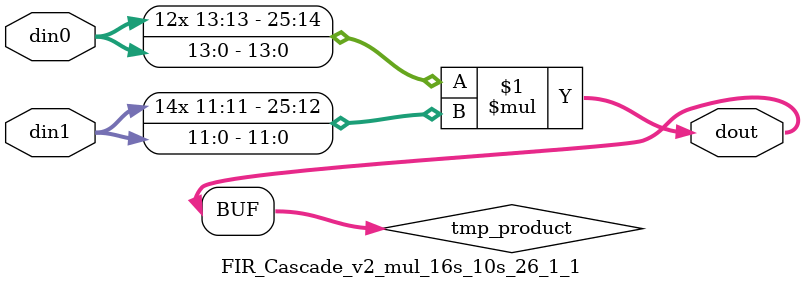
<source format=v>

`timescale 1 ns / 1 ps

 module FIR_Cascade_v2_mul_16s_10s_26_1_1(din0, din1, dout);
parameter ID = 1;
parameter NUM_STAGE = 0;
parameter din0_WIDTH = 14;
parameter din1_WIDTH = 12;
parameter dout_WIDTH = 26;

input [din0_WIDTH - 1 : 0] din0; 
input [din1_WIDTH - 1 : 0] din1; 
output [dout_WIDTH - 1 : 0] dout;

wire signed [dout_WIDTH - 1 : 0] tmp_product;



























assign tmp_product = $signed(din0) * $signed(din1);








assign dout = tmp_product;





















endmodule

</source>
